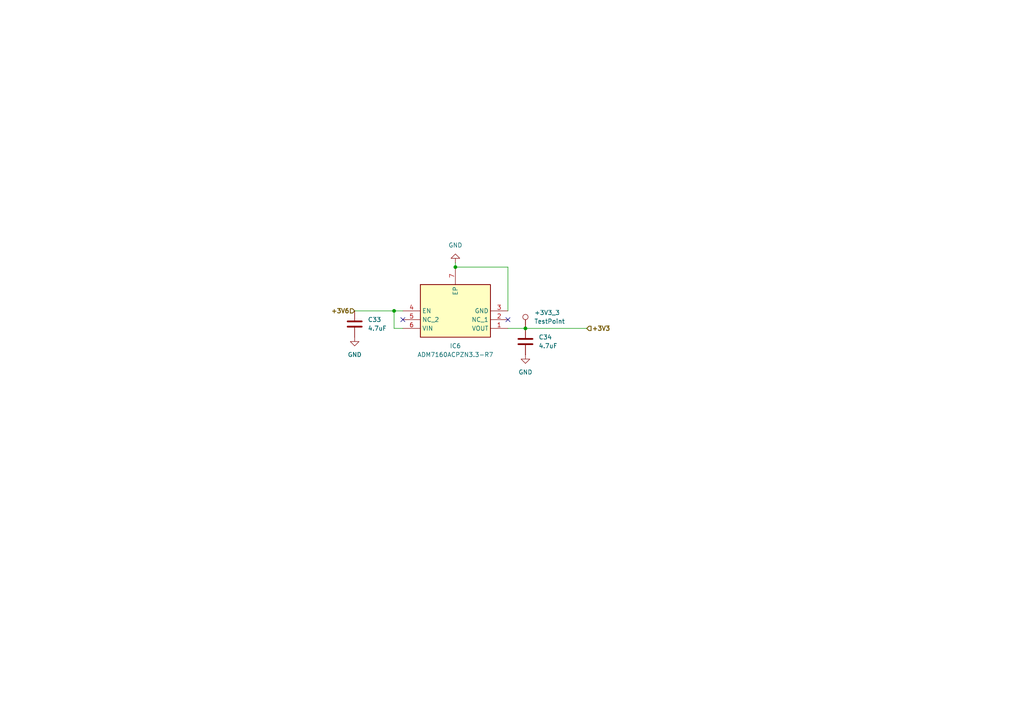
<source format=kicad_sch>
(kicad_sch (version 20250114) (generator "eeschema") (generator_version "9.0")
  (paper "A4")
  (title_block (date "2021-11-17"))
  (lib_symbols
    (symbol "ADM7160ACPZN3_3-R7:ADM7160ACPZN3.3-R7"
      (property "Reference" "IC" (at 26.67 7.62 0))
      (property "Value" "ADM7160ACPZN3.3-R7" (at 26.67 5.08 0))
      (symbol "ADM7160ACPZN3.3-R7_1_1"
        (rectangle (start 5.08 2.54) (end 25.4 -12.7) (stroke (width 0.254)) (fill (type background)))
        (pin passive line (at 0 0 0) (length 5.08) (name "VOUT") (number "1"))
        (pin passive line (at 0 -2.54 0) (length 5.08) (name "NC_1") (number "2"))
        (pin passive line (at 0 -5.08 0) (length 5.08) (name "GND") (number "3"))
        (pin passive line (at 15.24 -17.78 90) (length 5.08) (name "EP") (number "7"))
        (pin passive line (at 30.48 0 180) (length 5.08) (name "VIN") (number "6"))
        (pin passive line (at 30.48 -2.54 180) (length 5.08) (name "NC_2") (number "5"))
        (pin passive line (at 30.48 -5.08 180) (length 5.08) (name "EN") (number "4"))
      )
    )
    (symbol "Connector:TestPoint" (pin_numbers (hide yes)) (pin_names (offset 0.762) (hide yes))
      (property "Reference" "TP" (at 0 6.858 0))
      (property "Value" "TestPoint" (at 0 5.08 0))
      (symbol "TestPoint_0_1"
        (circle (center 0 3.302) (radius 0.762))
      )
      (symbol "TestPoint_1_1"
        (pin passive line (at 0 0 90) (length 2.54) (name "1") (number "1"))
      )
    )
    (symbol "Device:C" (pin_numbers (hide yes)) (pin_names (offset 0.254))
      (property "Reference" "C" (at 0.635 2.54 0))
      (property "Value" "C" (at 0.635 -2.54 0))
      (symbol "C_0_1"
        (polyline (pts (xy -2.032 0.762) (xy 2.032 0.762)) (stroke (width 0.508)))
        (polyline (pts (xy -2.032 -0.762) (xy 2.032 -0.762)) (stroke (width 0.508)))
      )
      (symbol "C_1_1"
        (pin passive line (at 0 3.81 270) (length 2.794) (name "~") (number "1"))
        (pin passive line (at 0 -3.81 90) (length 2.794) (name "~") (number "2"))
      )
    )
    (symbol "power:GND" (power) (pin_numbers (hide yes)) (pin_names (offset 0) (hide yes))
      (property "Value" "GND" (at 0 -3.81 0))
      (symbol "GND_0_1"
        (polyline (pts (xy 0 0) (xy 0 -1.27) (xy 1.27 -1.27) (xy 0 -2.54) (xy -1.27 -1.27) (xy 0 -1.27)))
      )
      (symbol "GND_1_1"
        (pin power_in line (at 0 0 270) (length 0) (name "~") (number "1"))
      )
    )
  )
  (junction (at 114.3 90.17))
  (junction (at 132.08 77.47))
  (junction (at 152.4 95.25))
  (no_connect (at 116.84 92.71))
  (no_connect (at 147.32 92.71))
  (wire (pts (xy 102.87 90.17) (xy 114.3 90.17)))
  (wire (pts (xy 147.32 95.25) (xy 152.4 95.25)))
  (wire (pts (xy 116.84 90.17) (xy 114.3 90.17)))
  (wire (pts (xy 147.32 90.17) (xy 147.32 77.47)))
  (wire (pts (xy 114.3 95.25) (xy 116.84 95.25)))
  (wire (pts (xy 147.32 77.47) (xy 132.08 77.47)))
  (wire (pts (xy 114.3 90.17) (xy 114.3 95.25)))
  (wire (pts (xy 152.4 95.25) (xy 170.18 95.25)))
  (wire (pts (xy 132.08 76.2) (xy 132.08 77.47)))
  (hierarchical_label "+3V6" (shape input) (at 102.87 90.17 180) (effects (font (thickness 0.254) (bold yes))))
  (hierarchical_label "+3V3" (shape input) (at 170.18 95.25 0) (effects (font (thickness 0.254) (bold yes))))
  (symbol (lib_id "power:GND") (at 152.4 102.87 0) (unit 1)
    (property "Reference" "#PWR016" (effects (hide yes)))
    (property "Value" "GND" (at 152.4 107.95 0))
    (property "Description" "Power symbol creates a global label with name \"GND\" , ground" (effects (hide yes)))
    (instances (project "Minimal_Prototype_Function_Generator_V0.1" (path "" (reference "#PWR045") (unit 1)) (path "" (reference "#PWR016") (unit 1)) (path "" (reference "#PWR066") (unit 1)) (path "" (reference "#PWR048") (unit 1))))
  )
  (symbol (lib_id "ADM7160ACPZN3_3-R7:ADM7160ACPZN3.3-R7") (at 147.32 95.25 180) (unit 1)
    (property "Reference" "IC3" (at 132.08 100.33 0))
    (property "Value" "ADM7160ACPZN3.3-R7" (at 132.08 102.87 0))
    (property "Footprint" "Insyte_Footprints:SON65P200X200X65-7N-D" (effects (hide yes)))
    (property "Datasheet" "https://componentsearchengine.com/Datasheets/1/ADM7160ACPZN3.3-R7.pdf" (effects (hide yes)))
    (property "Description" "LDO Voltage Regulators Ultra-Low Noise 200mA LDO" (effects (hide yes)))
    (property "Height" "0.65" (effects (hide yes)))
    (property "Mouser Part Number" "584-DM7160ACPZN3.3R7" (effects (hide yes)))
    (property "Mouser Price/Stock" "https://www.mouser.co.uk/ProductDetail/Analog-Devices/ADM7160ACPZN3.3-R7?qs=J50fqX%2Fl9irdms1ZmQuL6w%3D%3D" (effects (hide yes)))
    (property "Manufacturer_Name" "Analog Devices" (effects (hide yes)))
    (property "Manufacturer_Part_Number" "ADM7160ACPZN3.3-R7" (effects (hide yes)))
    (instances (project "Minimal_Prototype_Function_Generator_V0.1" (path "" (reference "IC6") (unit 1)) (path "" (reference "IC3") (unit 1)) (path "" (reference "IC8") (unit 1)) (path "" (reference "IC7") (unit 1))))
  )
  (symbol (lib_id "Device:C") (at 102.87 93.98 0) (unit 1)
    (property "Reference" "C4" (at 106.68 92.7099 0) (effects (justify left)))
    (property "Value" "4.7uF" (at 106.68 95.2499 0) (effects (justify left)))
    (property "Footprint" "Capacitor_SMD:C_0603_1608Metric" (effects (hide yes)))
    (property "Description" "Unpolarized capacitor" (effects (hide yes)))
    (instances (project "Minimal_Prototype_Function_Generator_V0.1" (path "" (reference "C33") (unit 1)) (path "" (reference "C4") (unit 1)) (path "" (reference "C67") (unit 1)) (path "" (reference "C35") (unit 1))))
  )
  (symbol (lib_id "Device:C") (at 152.4 99.06 0) (unit 1)
    (property "Reference" "C5" (at 156.21 97.7899 0) (effects (justify left)))
    (property "Value" "4.7uF" (at 156.21 100.3299 0) (effects (justify left)))
    (property "Footprint" "Capacitor_SMD:C_0603_1608Metric" (effects (hide yes)))
    (property "Description" "Unpolarized capacitor" (effects (hide yes)))
    (instances (project "Minimal_Prototype_Function_Generator_V0.1" (path "" (reference "C34") (unit 1)) (path "" (reference "C5") (unit 1)) (path "" (reference "C68") (unit 1)) (path "" (reference "C36") (unit 1))))
  )
  (symbol (lib_id "power:GND") (at 132.08 76.2 180) (unit 1)
    (property "Reference" "#PWR015" (effects (hide yes)))
    (property "Value" "GND" (at 132.08 71.12 0))
    (property "Description" "Power symbol creates a global label with name \"GND\" , ground" (effects (hide yes)))
    (instances (project "Minimal_Prototype_Function_Generator_V0.1" (path "" (reference "#PWR044") (unit 1)) (path "" (reference "#PWR015") (unit 1)) (path "" (reference "#PWR065") (unit 1)) (path "" (reference "#PWR047") (unit 1))))
  )
  (symbol (lib_id "Connector:TestPoint") (at 152.4 95.25 0) (unit 1)
    (property "Reference" "+3V3_1" (at 154.94 90.6779 0) (effects (justify left)))
    (property "Value" "TestPoint" (at 154.94 93.2179 0) (effects (justify left)))
    (property "Footprint" "TestPoint:TestPoint_Loop_D3.80mm_Drill2.5mm" (effects (hide yes)))
    (property "Description" "test point" (effects (hide yes)))
    (instances (project "Minimal_Prototype_Function_Generator_V0.1" (path "" (reference "+3V3_3") (unit 1)) (path "" (reference "+3V3_1") (unit 1)) (path "" (reference "+3V3_5") (unit 1)) (path "" (reference "+3V3_4") (unit 1))))
  )
  (symbol (lib_id "power:GND") (at 102.87 97.79 0) (unit 1)
    (property "Reference" "#PWR014" (effects (hide yes)))
    (property "Value" "GND" (at 102.87 102.87 0))
    (property "Description" "Power symbol creates a global label with name \"GND\" , ground" (effects (hide yes)))
    (instances (project "Minimal_Prototype_Function_Generator_V0.1" (path "" (reference "#PWR043") (unit 1)) (path "" (reference "#PWR014") (unit 1)) (path "" (reference "#PWR064") (unit 1)) (path "" (reference "#PWR046") (unit 1))))
  )
)
</source>
